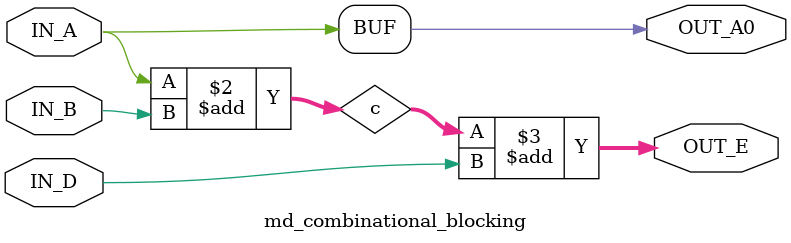
<source format=v>


module md_combinational_blocking( 
    input IN_A, 
    input IN_B, 
    input IN_D, 
    output OUT_A0, 
    output reg [1:0] OUT_E
); 

// 1. Variable Declaration (±äÁ¿ÉùÃ÷)
reg[1:0] c = 0;  // ÔÚ Verilog ÖÐ£¬reg ±äÁ¿¿ÉÒÔÔÚÉùÃ÷Ê±¸³³õÊ¼Öµ£¨Èç reg [1:0] c = 0;£©£¬µ«ÕâÖ÷ÒªÓÃÓÚ·ÂÕæ£»ÔÚ FPGA ×ÛºÏÊ±£¬³õÊ¼ÖµÍ¨³£±»ºöÂÔ£¬½¨ÒéÔÚ always ¿éÖÐÍ¨¹ý¸´Î»Âß¼­ÉèÖÃ³õÊ¼ÖµÒÔÈ·±£¿É×ÛºÏÐÔ¡£

// 2. Main Code (Ö÷´úÂë)
always @(IN_A, IN_B, IN_D) begin  // ÕâÀï¶ººÅºÍ or µÄ×÷ÓÃµÈ¼Û
    c = IN_A + IN_B; 
    OUT_E = c + IN_D; 
end 

// 3. Output Assignment (Êä³ö¸³Öµ)
assign OUT_A0 = IN_A; 

endmodule



</source>
